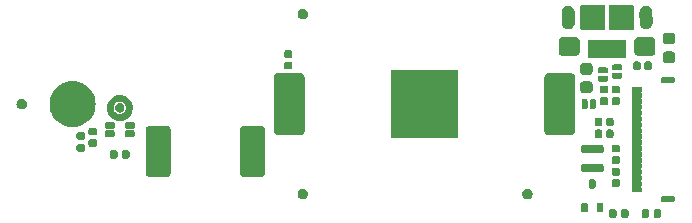
<source format=gbr>
%TF.GenerationSoftware,KiCad,Pcbnew,8.0.1*%
%TF.CreationDate,2024-10-15T00:35:35+02:00*%
%TF.ProjectId,InsuDos,496e7375-446f-4732-9e6b-696361645f70,rev?*%
%TF.SameCoordinates,Original*%
%TF.FileFunction,Soldermask,Top*%
%TF.FilePolarity,Negative*%
%FSLAX46Y46*%
G04 Gerber Fmt 4.6, Leading zero omitted, Abs format (unit mm)*
G04 Created by KiCad (PCBNEW 8.0.1) date 2024-10-15 00:35:35*
%MOMM*%
%LPD*%
G01*
G04 APERTURE LIST*
G04 APERTURE END LIST*
G36*
X74445796Y-173894082D02*
G01*
X74505815Y-173934185D01*
X74545918Y-173994204D01*
X74560000Y-174065000D01*
X74560000Y-174435000D01*
X74545918Y-174505796D01*
X74505815Y-174565815D01*
X74445796Y-174605918D01*
X74375000Y-174620000D01*
X74105000Y-174620000D01*
X74034204Y-174605918D01*
X73974185Y-174565815D01*
X73934082Y-174505796D01*
X73920000Y-174435000D01*
X73920000Y-174065000D01*
X73934082Y-173994204D01*
X73974185Y-173934185D01*
X74034204Y-173894082D01*
X74105000Y-173880000D01*
X74375000Y-173880000D01*
X74445796Y-173894082D01*
G37*
G36*
X75465796Y-173894082D02*
G01*
X75525815Y-173934185D01*
X75565918Y-173994204D01*
X75580000Y-174065000D01*
X75580000Y-174435000D01*
X75565918Y-174505796D01*
X75525815Y-174565815D01*
X75465796Y-174605918D01*
X75395000Y-174620000D01*
X75125000Y-174620000D01*
X75054204Y-174605918D01*
X74994185Y-174565815D01*
X74954082Y-174505796D01*
X74940000Y-174435000D01*
X74940000Y-174065000D01*
X74954082Y-173994204D01*
X74994185Y-173934185D01*
X75054204Y-173894082D01*
X75125000Y-173880000D01*
X75395000Y-173880000D01*
X75465796Y-173894082D01*
G37*
G36*
X77195796Y-173894082D02*
G01*
X77255815Y-173934185D01*
X77295918Y-173994204D01*
X77310000Y-174065000D01*
X77310000Y-174435000D01*
X77295918Y-174505796D01*
X77255815Y-174565815D01*
X77195796Y-174605918D01*
X77125000Y-174620000D01*
X76855000Y-174620000D01*
X76784204Y-174605918D01*
X76724185Y-174565815D01*
X76684082Y-174505796D01*
X76670000Y-174435000D01*
X76670000Y-174065000D01*
X76684082Y-173994204D01*
X76724185Y-173934185D01*
X76784204Y-173894082D01*
X76855000Y-173880000D01*
X77125000Y-173880000D01*
X77195796Y-173894082D01*
G37*
G36*
X78215796Y-173894082D02*
G01*
X78275815Y-173934185D01*
X78315918Y-173994204D01*
X78330000Y-174065000D01*
X78330000Y-174435000D01*
X78315918Y-174505796D01*
X78275815Y-174565815D01*
X78215796Y-174605918D01*
X78145000Y-174620000D01*
X77875000Y-174620000D01*
X77804204Y-174605918D01*
X77744185Y-174565815D01*
X77704082Y-174505796D01*
X77690000Y-174435000D01*
X77690000Y-174065000D01*
X77704082Y-173994204D01*
X77744185Y-173934185D01*
X77804204Y-173894082D01*
X77875000Y-173880000D01*
X78145000Y-173880000D01*
X78215796Y-173894082D01*
G37*
G36*
X72024686Y-173362370D02*
G01*
X72077405Y-173397595D01*
X72112630Y-173450314D01*
X72125000Y-173512500D01*
X72125000Y-173987500D01*
X72112630Y-174049686D01*
X72077405Y-174102405D01*
X72024686Y-174137630D01*
X71962500Y-174150000D01*
X71737500Y-174150000D01*
X71675314Y-174137630D01*
X71622595Y-174102405D01*
X71587370Y-174049686D01*
X71575000Y-173987500D01*
X71575000Y-173512500D01*
X71587370Y-173450314D01*
X71622595Y-173397595D01*
X71675314Y-173362370D01*
X71737500Y-173350000D01*
X71962500Y-173350000D01*
X72024686Y-173362370D01*
G37*
G36*
X73324686Y-173362370D02*
G01*
X73377405Y-173397595D01*
X73412630Y-173450314D01*
X73425000Y-173512500D01*
X73425000Y-173987500D01*
X73412630Y-174049686D01*
X73377405Y-174102405D01*
X73324686Y-174137630D01*
X73262500Y-174150000D01*
X73037500Y-174150000D01*
X72975314Y-174137630D01*
X72922595Y-174102405D01*
X72887370Y-174049686D01*
X72875000Y-173987500D01*
X72875000Y-173512500D01*
X72887370Y-173450314D01*
X72922595Y-173397595D01*
X72975314Y-173362370D01*
X73037500Y-173350000D01*
X73262500Y-173350000D01*
X73324686Y-173362370D01*
G37*
G36*
X79429160Y-172819600D02*
G01*
X79453882Y-172836118D01*
X79470400Y-172860840D01*
X79476200Y-172890000D01*
X79476200Y-173190000D01*
X79470400Y-173219160D01*
X79453882Y-173243882D01*
X79429160Y-173260400D01*
X79400000Y-173266200D01*
X78400000Y-173266200D01*
X78370840Y-173260400D01*
X78346118Y-173243882D01*
X78329600Y-173219160D01*
X78323800Y-173190000D01*
X78323800Y-172890000D01*
X78329600Y-172860840D01*
X78346118Y-172836118D01*
X78370840Y-172819600D01*
X78400000Y-172813800D01*
X79400000Y-172813800D01*
X79429160Y-172819600D01*
G37*
G36*
X48186937Y-172190666D02*
G01*
X48294687Y-172259913D01*
X48378564Y-172356712D01*
X48431772Y-172473220D01*
X48450000Y-172600000D01*
X48431772Y-172726780D01*
X48378564Y-172843288D01*
X48294687Y-172940087D01*
X48186937Y-173009334D01*
X48064042Y-173045420D01*
X47935958Y-173045420D01*
X47813063Y-173009334D01*
X47705313Y-172940087D01*
X47621436Y-172843288D01*
X47568228Y-172726780D01*
X47550000Y-172600000D01*
X47568228Y-172473220D01*
X47621436Y-172356712D01*
X47705313Y-172259913D01*
X47813063Y-172190666D01*
X47935958Y-172154580D01*
X48064042Y-172154580D01*
X48186937Y-172190666D01*
G37*
G36*
X67186937Y-172190666D02*
G01*
X67294687Y-172259913D01*
X67378564Y-172356712D01*
X67431772Y-172473220D01*
X67450000Y-172600000D01*
X67431772Y-172726780D01*
X67378564Y-172843288D01*
X67294687Y-172940087D01*
X67186937Y-173009334D01*
X67064042Y-173045420D01*
X66935958Y-173045420D01*
X66813063Y-173009334D01*
X66705313Y-172940087D01*
X66621436Y-172843288D01*
X66568228Y-172726780D01*
X66550000Y-172600000D01*
X66568228Y-172473220D01*
X66621436Y-172356712D01*
X66705313Y-172259913D01*
X66813063Y-172190666D01*
X66935958Y-172154580D01*
X67064042Y-172154580D01*
X67186937Y-172190666D01*
G37*
G36*
X76629160Y-163529600D02*
G01*
X76653882Y-163546118D01*
X76670400Y-163570840D01*
X76676200Y-163600000D01*
X76676200Y-163900000D01*
X76670400Y-163929160D01*
X76653882Y-163953882D01*
X76629160Y-163970400D01*
X76626694Y-163970890D01*
X76623127Y-163973274D01*
X76623127Y-164026726D01*
X76626694Y-164029109D01*
X76629160Y-164029600D01*
X76653882Y-164046118D01*
X76670400Y-164070840D01*
X76676200Y-164100000D01*
X76676200Y-164400000D01*
X76670400Y-164429160D01*
X76653882Y-164453882D01*
X76629160Y-164470400D01*
X76626694Y-164470890D01*
X76623127Y-164473274D01*
X76623127Y-164526726D01*
X76626694Y-164529109D01*
X76629160Y-164529600D01*
X76653882Y-164546118D01*
X76670400Y-164570840D01*
X76676200Y-164600000D01*
X76676200Y-164900000D01*
X76670400Y-164929160D01*
X76653882Y-164953882D01*
X76629160Y-164970400D01*
X76626694Y-164970890D01*
X76623127Y-164973274D01*
X76623127Y-165026726D01*
X76626694Y-165029109D01*
X76629160Y-165029600D01*
X76653882Y-165046118D01*
X76670400Y-165070840D01*
X76676200Y-165100000D01*
X76676200Y-165400000D01*
X76670400Y-165429160D01*
X76653882Y-165453882D01*
X76629160Y-165470400D01*
X76626694Y-165470890D01*
X76623127Y-165473274D01*
X76623127Y-165526726D01*
X76626694Y-165529109D01*
X76629160Y-165529600D01*
X76653882Y-165546118D01*
X76670400Y-165570840D01*
X76676200Y-165600000D01*
X76676200Y-165900000D01*
X76670400Y-165929160D01*
X76653882Y-165953882D01*
X76629160Y-165970400D01*
X76626694Y-165970890D01*
X76623127Y-165973274D01*
X76623127Y-166026726D01*
X76626694Y-166029109D01*
X76629160Y-166029600D01*
X76653882Y-166046118D01*
X76670400Y-166070840D01*
X76676200Y-166100000D01*
X76676200Y-166400000D01*
X76670400Y-166429160D01*
X76653882Y-166453882D01*
X76629160Y-166470400D01*
X76626694Y-166470890D01*
X76623127Y-166473274D01*
X76623127Y-166526726D01*
X76626694Y-166529109D01*
X76629160Y-166529600D01*
X76653882Y-166546118D01*
X76670400Y-166570840D01*
X76676200Y-166600000D01*
X76676200Y-166900000D01*
X76670400Y-166929160D01*
X76653882Y-166953882D01*
X76629160Y-166970400D01*
X76626694Y-166970890D01*
X76623127Y-166973274D01*
X76623127Y-167026726D01*
X76626694Y-167029109D01*
X76629160Y-167029600D01*
X76653882Y-167046118D01*
X76670400Y-167070840D01*
X76676200Y-167100000D01*
X76676200Y-167400000D01*
X76670400Y-167429160D01*
X76653882Y-167453882D01*
X76629160Y-167470400D01*
X76626694Y-167470890D01*
X76623127Y-167473274D01*
X76623127Y-167526726D01*
X76626694Y-167529109D01*
X76629160Y-167529600D01*
X76653882Y-167546118D01*
X76670400Y-167570840D01*
X76676200Y-167600000D01*
X76676200Y-167900000D01*
X76670400Y-167929160D01*
X76653882Y-167953882D01*
X76629160Y-167970400D01*
X76626694Y-167970890D01*
X76623127Y-167973274D01*
X76623127Y-168026726D01*
X76626694Y-168029109D01*
X76629160Y-168029600D01*
X76653882Y-168046118D01*
X76670400Y-168070840D01*
X76676200Y-168100000D01*
X76676200Y-168400000D01*
X76670400Y-168429160D01*
X76653882Y-168453882D01*
X76629160Y-168470400D01*
X76626694Y-168470890D01*
X76623127Y-168473274D01*
X76623127Y-168526726D01*
X76626694Y-168529109D01*
X76629160Y-168529600D01*
X76653882Y-168546118D01*
X76670400Y-168570840D01*
X76676200Y-168600000D01*
X76676200Y-168900000D01*
X76670400Y-168929160D01*
X76653882Y-168953882D01*
X76629160Y-168970400D01*
X76626694Y-168970890D01*
X76623127Y-168973274D01*
X76623127Y-169026726D01*
X76626694Y-169029109D01*
X76629160Y-169029600D01*
X76653882Y-169046118D01*
X76670400Y-169070840D01*
X76676200Y-169100000D01*
X76676200Y-169400000D01*
X76670400Y-169429160D01*
X76653882Y-169453882D01*
X76629160Y-169470400D01*
X76626694Y-169470890D01*
X76623127Y-169473274D01*
X76623127Y-169526726D01*
X76626694Y-169529109D01*
X76629160Y-169529600D01*
X76653882Y-169546118D01*
X76670400Y-169570840D01*
X76676200Y-169600000D01*
X76676200Y-169900000D01*
X76670400Y-169929160D01*
X76653882Y-169953882D01*
X76629160Y-169970400D01*
X76626694Y-169970890D01*
X76623127Y-169973274D01*
X76623127Y-170026726D01*
X76626694Y-170029109D01*
X76629160Y-170029600D01*
X76653882Y-170046118D01*
X76670400Y-170070840D01*
X76676200Y-170100000D01*
X76676200Y-170400000D01*
X76670400Y-170429160D01*
X76653882Y-170453882D01*
X76629160Y-170470400D01*
X76626694Y-170470890D01*
X76623127Y-170473274D01*
X76623127Y-170526726D01*
X76626694Y-170529109D01*
X76629160Y-170529600D01*
X76653882Y-170546118D01*
X76670400Y-170570840D01*
X76676200Y-170600000D01*
X76676200Y-170900000D01*
X76670400Y-170929160D01*
X76653882Y-170953882D01*
X76629160Y-170970400D01*
X76626694Y-170970890D01*
X76623127Y-170973274D01*
X76623127Y-171026726D01*
X76626694Y-171029109D01*
X76629160Y-171029600D01*
X76653882Y-171046118D01*
X76670400Y-171070840D01*
X76676200Y-171100000D01*
X76676200Y-171400000D01*
X76670400Y-171429160D01*
X76653882Y-171453882D01*
X76629160Y-171470400D01*
X76626694Y-171470890D01*
X76623127Y-171473274D01*
X76623127Y-171526726D01*
X76626694Y-171529109D01*
X76629160Y-171529600D01*
X76653882Y-171546118D01*
X76670400Y-171570840D01*
X76676200Y-171600000D01*
X76676200Y-171900000D01*
X76670400Y-171929160D01*
X76653882Y-171953882D01*
X76629160Y-171970400D01*
X76626694Y-171970890D01*
X76623127Y-171973274D01*
X76623127Y-172026726D01*
X76626694Y-172029109D01*
X76629160Y-172029600D01*
X76653882Y-172046118D01*
X76670400Y-172070840D01*
X76676200Y-172100000D01*
X76676200Y-172400000D01*
X76670400Y-172429160D01*
X76653882Y-172453882D01*
X76629160Y-172470400D01*
X76600000Y-172476200D01*
X75900000Y-172476200D01*
X75870840Y-172470400D01*
X75846118Y-172453882D01*
X75829600Y-172429160D01*
X75823800Y-172400000D01*
X75823800Y-172100000D01*
X75829600Y-172070840D01*
X75846118Y-172046118D01*
X75870840Y-172029600D01*
X75873302Y-172029110D01*
X75876872Y-172026725D01*
X75876872Y-171973275D01*
X75873302Y-171970889D01*
X75870840Y-171970400D01*
X75846118Y-171953882D01*
X75829600Y-171929160D01*
X75823800Y-171900000D01*
X75823800Y-171600000D01*
X75829600Y-171570840D01*
X75846118Y-171546118D01*
X75870840Y-171529600D01*
X75873302Y-171529110D01*
X75876872Y-171526725D01*
X75876872Y-171473275D01*
X75873302Y-171470889D01*
X75870840Y-171470400D01*
X75846118Y-171453882D01*
X75829600Y-171429160D01*
X75823800Y-171400000D01*
X75823800Y-171100000D01*
X75829600Y-171070840D01*
X75846118Y-171046118D01*
X75870840Y-171029600D01*
X75873302Y-171029110D01*
X75876872Y-171026725D01*
X75876872Y-170973275D01*
X75873302Y-170970889D01*
X75870840Y-170970400D01*
X75846118Y-170953882D01*
X75829600Y-170929160D01*
X75823800Y-170900000D01*
X75823800Y-170600000D01*
X75829600Y-170570840D01*
X75846118Y-170546118D01*
X75870840Y-170529600D01*
X75873302Y-170529110D01*
X75876872Y-170526725D01*
X75876872Y-170473275D01*
X75873302Y-170470889D01*
X75870840Y-170470400D01*
X75846118Y-170453882D01*
X75829600Y-170429160D01*
X75823800Y-170400000D01*
X75823800Y-170100000D01*
X75829600Y-170070840D01*
X75846118Y-170046118D01*
X75870840Y-170029600D01*
X75873302Y-170029110D01*
X75876872Y-170026725D01*
X75876872Y-169973275D01*
X75873302Y-169970889D01*
X75870840Y-169970400D01*
X75846118Y-169953882D01*
X75829600Y-169929160D01*
X75823800Y-169900000D01*
X75823800Y-169600000D01*
X75829600Y-169570840D01*
X75846118Y-169546118D01*
X75870840Y-169529600D01*
X75873302Y-169529110D01*
X75876872Y-169526725D01*
X75876872Y-169473275D01*
X75873302Y-169470889D01*
X75870840Y-169470400D01*
X75846118Y-169453882D01*
X75829600Y-169429160D01*
X75823800Y-169400000D01*
X75823800Y-169100000D01*
X75829600Y-169070840D01*
X75846118Y-169046118D01*
X75870840Y-169029600D01*
X75873302Y-169029110D01*
X75876872Y-169026725D01*
X75876872Y-168973275D01*
X75873302Y-168970889D01*
X75870840Y-168970400D01*
X75846118Y-168953882D01*
X75829600Y-168929160D01*
X75823800Y-168900000D01*
X75823800Y-168600000D01*
X75829600Y-168570840D01*
X75846118Y-168546118D01*
X75870840Y-168529600D01*
X75873302Y-168529110D01*
X75876872Y-168526725D01*
X75876872Y-168473275D01*
X75873302Y-168470889D01*
X75870840Y-168470400D01*
X75846118Y-168453882D01*
X75829600Y-168429160D01*
X75823800Y-168400000D01*
X75823800Y-168100000D01*
X75829600Y-168070840D01*
X75846118Y-168046118D01*
X75870840Y-168029600D01*
X75873302Y-168029110D01*
X75876872Y-168026725D01*
X75876872Y-167973275D01*
X75873302Y-167970889D01*
X75870840Y-167970400D01*
X75846118Y-167953882D01*
X75829600Y-167929160D01*
X75823800Y-167900000D01*
X75823800Y-167600000D01*
X75829600Y-167570840D01*
X75846118Y-167546118D01*
X75870840Y-167529600D01*
X75873302Y-167529110D01*
X75876872Y-167526725D01*
X75876872Y-167473275D01*
X75873302Y-167470889D01*
X75870840Y-167470400D01*
X75846118Y-167453882D01*
X75829600Y-167429160D01*
X75823800Y-167400000D01*
X75823800Y-167100000D01*
X75829600Y-167070840D01*
X75846118Y-167046118D01*
X75870840Y-167029600D01*
X75873302Y-167029110D01*
X75876872Y-167026725D01*
X75876872Y-166973275D01*
X75873302Y-166970889D01*
X75870840Y-166970400D01*
X75846118Y-166953882D01*
X75829600Y-166929160D01*
X75823800Y-166900000D01*
X75823800Y-166600000D01*
X75829600Y-166570840D01*
X75846118Y-166546118D01*
X75870840Y-166529600D01*
X75873302Y-166529110D01*
X75876872Y-166526725D01*
X75876872Y-166473275D01*
X75873302Y-166470889D01*
X75870840Y-166470400D01*
X75846118Y-166453882D01*
X75829600Y-166429160D01*
X75823800Y-166400000D01*
X75823800Y-166100000D01*
X75829600Y-166070840D01*
X75846118Y-166046118D01*
X75870840Y-166029600D01*
X75873302Y-166029110D01*
X75876872Y-166026725D01*
X75876872Y-165973275D01*
X75873302Y-165970889D01*
X75870840Y-165970400D01*
X75846118Y-165953882D01*
X75829600Y-165929160D01*
X75823800Y-165900000D01*
X75823800Y-165600000D01*
X75829600Y-165570840D01*
X75846118Y-165546118D01*
X75870840Y-165529600D01*
X75873302Y-165529110D01*
X75876872Y-165526725D01*
X75876872Y-165473275D01*
X75873302Y-165470889D01*
X75870840Y-165470400D01*
X75846118Y-165453882D01*
X75829600Y-165429160D01*
X75823800Y-165400000D01*
X75823800Y-165100000D01*
X75829600Y-165070840D01*
X75846118Y-165046118D01*
X75870840Y-165029600D01*
X75873302Y-165029110D01*
X75876872Y-165026725D01*
X75876872Y-164973275D01*
X75873302Y-164970889D01*
X75870840Y-164970400D01*
X75846118Y-164953882D01*
X75829600Y-164929160D01*
X75823800Y-164900000D01*
X75823800Y-164600000D01*
X75829600Y-164570840D01*
X75846118Y-164546118D01*
X75870840Y-164529600D01*
X75873302Y-164529110D01*
X75876872Y-164526725D01*
X75876872Y-164473275D01*
X75873302Y-164470889D01*
X75870840Y-164470400D01*
X75846118Y-164453882D01*
X75829600Y-164429160D01*
X75823800Y-164400000D01*
X75823800Y-164100000D01*
X75829600Y-164070840D01*
X75846118Y-164046118D01*
X75870840Y-164029600D01*
X75873302Y-164029110D01*
X75876872Y-164026725D01*
X75876872Y-163973275D01*
X75873302Y-163970889D01*
X75870840Y-163970400D01*
X75846118Y-163953882D01*
X75829600Y-163929160D01*
X75823800Y-163900000D01*
X75823800Y-163600000D01*
X75829600Y-163570840D01*
X75846118Y-163546118D01*
X75870840Y-163529600D01*
X75900000Y-163523800D01*
X76600000Y-163523800D01*
X76629160Y-163529600D01*
G37*
G36*
X72674686Y-171362370D02*
G01*
X72727405Y-171397595D01*
X72762630Y-171450314D01*
X72775000Y-171512500D01*
X72775000Y-171987500D01*
X72762630Y-172049686D01*
X72727405Y-172102405D01*
X72674686Y-172137630D01*
X72612500Y-172150000D01*
X72387500Y-172150000D01*
X72325314Y-172137630D01*
X72272595Y-172102405D01*
X72237370Y-172049686D01*
X72225000Y-171987500D01*
X72225000Y-171512500D01*
X72237370Y-171450314D01*
X72272595Y-171397595D01*
X72325314Y-171362370D01*
X72387500Y-171350000D01*
X72612500Y-171350000D01*
X72674686Y-171362370D01*
G37*
G36*
X74742710Y-171364463D02*
G01*
X74804350Y-171405650D01*
X74845537Y-171467290D01*
X74860000Y-171540000D01*
X74860000Y-171820000D01*
X74845537Y-171892710D01*
X74804350Y-171954350D01*
X74742710Y-171995537D01*
X74670000Y-172010000D01*
X74330000Y-172010000D01*
X74257290Y-171995537D01*
X74195650Y-171954350D01*
X74154463Y-171892710D01*
X74140000Y-171820000D01*
X74140000Y-171540000D01*
X74154463Y-171467290D01*
X74195650Y-171405650D01*
X74257290Y-171364463D01*
X74330000Y-171350000D01*
X74670000Y-171350000D01*
X74742710Y-171364463D01*
G37*
G36*
X36568685Y-166857969D02*
G01*
X36577358Y-166861798D01*
X36584925Y-166862901D01*
X36632223Y-166886023D01*
X36669541Y-166902501D01*
X36672996Y-166905956D01*
X36673920Y-166906408D01*
X36743591Y-166976079D01*
X36744042Y-166977002D01*
X36747499Y-166980459D01*
X36763978Y-167017782D01*
X36787098Y-167065073D01*
X36788200Y-167072639D01*
X36792031Y-167081315D01*
X36800000Y-167150000D01*
X36800000Y-170850000D01*
X36792031Y-170918685D01*
X36788199Y-170927361D01*
X36787098Y-170934925D01*
X36763985Y-170982202D01*
X36747499Y-171019541D01*
X36744041Y-171022998D01*
X36743591Y-171023920D01*
X36673920Y-171093591D01*
X36672998Y-171094041D01*
X36669541Y-171097499D01*
X36632207Y-171113983D01*
X36584926Y-171137098D01*
X36577361Y-171138200D01*
X36568685Y-171142031D01*
X36500000Y-171150000D01*
X35000000Y-171150000D01*
X34931315Y-171142031D01*
X34922638Y-171138200D01*
X34915074Y-171137098D01*
X34867787Y-171113981D01*
X34830459Y-171097499D01*
X34827002Y-171094042D01*
X34826079Y-171093591D01*
X34756408Y-171023920D01*
X34755956Y-171022996D01*
X34752501Y-171019541D01*
X34736025Y-170982228D01*
X34712901Y-170934926D01*
X34711798Y-170927357D01*
X34707969Y-170918685D01*
X34700000Y-170850000D01*
X34700000Y-167150000D01*
X34707969Y-167081315D01*
X34711798Y-167072642D01*
X34712901Y-167065074D01*
X34736028Y-167017766D01*
X34752501Y-166980459D01*
X34755955Y-166977004D01*
X34756408Y-166976079D01*
X34826079Y-166906408D01*
X34827004Y-166905955D01*
X34830459Y-166902501D01*
X34867761Y-166886030D01*
X34915073Y-166862901D01*
X34922642Y-166861798D01*
X34931315Y-166857969D01*
X35000000Y-166850000D01*
X36500000Y-166850000D01*
X36568685Y-166857969D01*
G37*
G36*
X44568685Y-166857969D02*
G01*
X44577358Y-166861798D01*
X44584925Y-166862901D01*
X44632223Y-166886023D01*
X44669541Y-166902501D01*
X44672996Y-166905956D01*
X44673920Y-166906408D01*
X44743591Y-166976079D01*
X44744042Y-166977002D01*
X44747499Y-166980459D01*
X44763978Y-167017782D01*
X44787098Y-167065073D01*
X44788200Y-167072639D01*
X44792031Y-167081315D01*
X44800000Y-167150000D01*
X44800000Y-170850000D01*
X44792031Y-170918685D01*
X44788199Y-170927361D01*
X44787098Y-170934925D01*
X44763985Y-170982202D01*
X44747499Y-171019541D01*
X44744041Y-171022998D01*
X44743591Y-171023920D01*
X44673920Y-171093591D01*
X44672998Y-171094041D01*
X44669541Y-171097499D01*
X44632207Y-171113983D01*
X44584926Y-171137098D01*
X44577361Y-171138200D01*
X44568685Y-171142031D01*
X44500000Y-171150000D01*
X43000000Y-171150000D01*
X42931315Y-171142031D01*
X42922638Y-171138200D01*
X42915074Y-171137098D01*
X42867787Y-171113981D01*
X42830459Y-171097499D01*
X42827002Y-171094042D01*
X42826079Y-171093591D01*
X42756408Y-171023920D01*
X42755956Y-171022996D01*
X42752501Y-171019541D01*
X42736025Y-170982228D01*
X42712901Y-170934926D01*
X42711798Y-170927357D01*
X42707969Y-170918685D01*
X42700000Y-170850000D01*
X42700000Y-167150000D01*
X42707969Y-167081315D01*
X42711798Y-167072642D01*
X42712901Y-167065074D01*
X42736028Y-167017766D01*
X42752501Y-166980459D01*
X42755955Y-166977004D01*
X42756408Y-166976079D01*
X42826079Y-166906408D01*
X42827004Y-166905955D01*
X42830459Y-166902501D01*
X42867761Y-166886030D01*
X42915073Y-166862901D01*
X42922642Y-166861798D01*
X42931315Y-166857969D01*
X43000000Y-166850000D01*
X44500000Y-166850000D01*
X44568685Y-166857969D01*
G37*
G36*
X74742710Y-170404463D02*
G01*
X74804350Y-170445650D01*
X74845537Y-170507290D01*
X74860000Y-170580000D01*
X74860000Y-170860000D01*
X74845537Y-170932710D01*
X74804350Y-170994350D01*
X74742710Y-171035537D01*
X74670000Y-171050000D01*
X74330000Y-171050000D01*
X74257290Y-171035537D01*
X74195650Y-170994350D01*
X74154463Y-170932710D01*
X74140000Y-170860000D01*
X74140000Y-170580000D01*
X74154463Y-170507290D01*
X74195650Y-170445650D01*
X74257290Y-170404463D01*
X74330000Y-170390000D01*
X74670000Y-170390000D01*
X74742710Y-170404463D01*
G37*
G36*
X73326755Y-170060707D02*
G01*
X73392418Y-170104582D01*
X73436293Y-170170245D01*
X73451700Y-170247700D01*
X73451700Y-170552500D01*
X73436293Y-170629955D01*
X73392418Y-170695618D01*
X73326755Y-170739493D01*
X73249300Y-170754900D01*
X71750700Y-170754900D01*
X71673245Y-170739493D01*
X71607582Y-170695618D01*
X71563707Y-170629955D01*
X71548300Y-170552500D01*
X71548300Y-170247700D01*
X71563707Y-170170245D01*
X71607582Y-170104582D01*
X71673245Y-170060707D01*
X71750700Y-170045300D01*
X73249300Y-170045300D01*
X73326755Y-170060707D01*
G37*
G36*
X74742710Y-169414463D02*
G01*
X74804350Y-169455650D01*
X74845537Y-169517290D01*
X74860000Y-169590000D01*
X74860000Y-169870000D01*
X74845537Y-169942710D01*
X74804350Y-170004350D01*
X74742710Y-170045537D01*
X74670000Y-170060000D01*
X74330000Y-170060000D01*
X74257290Y-170045537D01*
X74195650Y-170004350D01*
X74154463Y-169942710D01*
X74140000Y-169870000D01*
X74140000Y-169590000D01*
X74154463Y-169517290D01*
X74195650Y-169455650D01*
X74257290Y-169414463D01*
X74330000Y-169400000D01*
X74670000Y-169400000D01*
X74742710Y-169414463D01*
G37*
G36*
X32195796Y-168894082D02*
G01*
X32255815Y-168934185D01*
X32295918Y-168994204D01*
X32310000Y-169065000D01*
X32310000Y-169435000D01*
X32295918Y-169505796D01*
X32255815Y-169565815D01*
X32195796Y-169605918D01*
X32125000Y-169620000D01*
X31855000Y-169620000D01*
X31784204Y-169605918D01*
X31724185Y-169565815D01*
X31684082Y-169505796D01*
X31670000Y-169435000D01*
X31670000Y-169065000D01*
X31684082Y-168994204D01*
X31724185Y-168934185D01*
X31784204Y-168894082D01*
X31855000Y-168880000D01*
X32125000Y-168880000D01*
X32195796Y-168894082D01*
G37*
G36*
X33215796Y-168894082D02*
G01*
X33275815Y-168934185D01*
X33315918Y-168994204D01*
X33330000Y-169065000D01*
X33330000Y-169435000D01*
X33315918Y-169505796D01*
X33275815Y-169565815D01*
X33215796Y-169605918D01*
X33145000Y-169620000D01*
X32875000Y-169620000D01*
X32804204Y-169605918D01*
X32744185Y-169565815D01*
X32704082Y-169505796D01*
X32690000Y-169435000D01*
X32690000Y-169065000D01*
X32704082Y-168994204D01*
X32744185Y-168934185D01*
X32804204Y-168894082D01*
X32875000Y-168880000D01*
X33145000Y-168880000D01*
X33215796Y-168894082D01*
G37*
G36*
X73326755Y-168460507D02*
G01*
X73392418Y-168504382D01*
X73436293Y-168570045D01*
X73451700Y-168647500D01*
X73451700Y-168952300D01*
X73436293Y-169029755D01*
X73392418Y-169095418D01*
X73326755Y-169139293D01*
X73249300Y-169154700D01*
X71750700Y-169154700D01*
X71673245Y-169139293D01*
X71607582Y-169095418D01*
X71563707Y-169029755D01*
X71548300Y-168952300D01*
X71548300Y-168647500D01*
X71563707Y-168570045D01*
X71607582Y-168504382D01*
X71673245Y-168460507D01*
X71750700Y-168445100D01*
X73249300Y-168445100D01*
X73326755Y-168460507D01*
G37*
G36*
X74742710Y-168454463D02*
G01*
X74804350Y-168495650D01*
X74845537Y-168557290D01*
X74860000Y-168630000D01*
X74860000Y-168910000D01*
X74845537Y-168982710D01*
X74804350Y-169044350D01*
X74742710Y-169085537D01*
X74670000Y-169100000D01*
X74330000Y-169100000D01*
X74257290Y-169085537D01*
X74195650Y-169044350D01*
X74154463Y-168982710D01*
X74140000Y-168910000D01*
X74140000Y-168630000D01*
X74154463Y-168557290D01*
X74195650Y-168495650D01*
X74257290Y-168454463D01*
X74330000Y-168440000D01*
X74670000Y-168440000D01*
X74742710Y-168454463D01*
G37*
G36*
X29455796Y-168404082D02*
G01*
X29515815Y-168444185D01*
X29555918Y-168504204D01*
X29570000Y-168575000D01*
X29570000Y-168845000D01*
X29555918Y-168915796D01*
X29515815Y-168975815D01*
X29455796Y-169015918D01*
X29385000Y-169030000D01*
X29015000Y-169030000D01*
X28944204Y-169015918D01*
X28884185Y-168975815D01*
X28844082Y-168915796D01*
X28830000Y-168845000D01*
X28830000Y-168575000D01*
X28844082Y-168504204D01*
X28884185Y-168444185D01*
X28944204Y-168404082D01*
X29015000Y-168390000D01*
X29385000Y-168390000D01*
X29455796Y-168404082D01*
G37*
G36*
X30442710Y-167964463D02*
G01*
X30504350Y-168005650D01*
X30545537Y-168067290D01*
X30560000Y-168140000D01*
X30560000Y-168420000D01*
X30545537Y-168492710D01*
X30504350Y-168554350D01*
X30442710Y-168595537D01*
X30370000Y-168610000D01*
X30030000Y-168610000D01*
X29957290Y-168595537D01*
X29895650Y-168554350D01*
X29854463Y-168492710D01*
X29840000Y-168420000D01*
X29840000Y-168140000D01*
X29854463Y-168067290D01*
X29895650Y-168005650D01*
X29957290Y-167964463D01*
X30030000Y-167950000D01*
X30370000Y-167950000D01*
X30442710Y-167964463D01*
G37*
G36*
X29455796Y-167384082D02*
G01*
X29515815Y-167424185D01*
X29555918Y-167484204D01*
X29570000Y-167555000D01*
X29570000Y-167825000D01*
X29555918Y-167895796D01*
X29515815Y-167955815D01*
X29455796Y-167995918D01*
X29385000Y-168010000D01*
X29015000Y-168010000D01*
X28944204Y-167995918D01*
X28884185Y-167955815D01*
X28844082Y-167895796D01*
X28830000Y-167825000D01*
X28830000Y-167555000D01*
X28844082Y-167484204D01*
X28884185Y-167424185D01*
X28944204Y-167384082D01*
X29015000Y-167370000D01*
X29385000Y-167370000D01*
X29455796Y-167384082D01*
G37*
G36*
X73232710Y-167154463D02*
G01*
X73294350Y-167195650D01*
X73335537Y-167257290D01*
X73350000Y-167330000D01*
X73350000Y-167670000D01*
X73335537Y-167742710D01*
X73294350Y-167804350D01*
X73232710Y-167845537D01*
X73160000Y-167860000D01*
X72880000Y-167860000D01*
X72807290Y-167845537D01*
X72745650Y-167804350D01*
X72704463Y-167742710D01*
X72690000Y-167670000D01*
X72690000Y-167330000D01*
X72704463Y-167257290D01*
X72745650Y-167195650D01*
X72807290Y-167154463D01*
X72880000Y-167140000D01*
X73160000Y-167140000D01*
X73232710Y-167154463D01*
G37*
G36*
X74192710Y-167154463D02*
G01*
X74254350Y-167195650D01*
X74295537Y-167257290D01*
X74310000Y-167330000D01*
X74310000Y-167670000D01*
X74295537Y-167742710D01*
X74254350Y-167804350D01*
X74192710Y-167845537D01*
X74120000Y-167860000D01*
X73840000Y-167860000D01*
X73767290Y-167845537D01*
X73705650Y-167804350D01*
X73664463Y-167742710D01*
X73650000Y-167670000D01*
X73650000Y-167330000D01*
X73664463Y-167257290D01*
X73705650Y-167195650D01*
X73767290Y-167154463D01*
X73840000Y-167140000D01*
X74120000Y-167140000D01*
X74192710Y-167154463D01*
G37*
G36*
X61112284Y-162153806D02*
G01*
X61128505Y-162164645D01*
X61139344Y-162180866D01*
X61143150Y-162200000D01*
X61143150Y-167800000D01*
X61139344Y-167819134D01*
X61128505Y-167835355D01*
X61112284Y-167846194D01*
X61093150Y-167850000D01*
X55493150Y-167850000D01*
X55474016Y-167846194D01*
X55457795Y-167835355D01*
X55446956Y-167819134D01*
X55443150Y-167800000D01*
X55443150Y-162200000D01*
X55446956Y-162180866D01*
X55457795Y-162164645D01*
X55474016Y-162153806D01*
X55493150Y-162150000D01*
X61093150Y-162150000D01*
X61112284Y-162153806D01*
G37*
G36*
X31974686Y-167237370D02*
G01*
X32027405Y-167272595D01*
X32062630Y-167325314D01*
X32075000Y-167387500D01*
X32075000Y-167612500D01*
X32062630Y-167674686D01*
X32027405Y-167727405D01*
X31974686Y-167762630D01*
X31912500Y-167775000D01*
X31387500Y-167775000D01*
X31325314Y-167762630D01*
X31272595Y-167727405D01*
X31237370Y-167674686D01*
X31225000Y-167612500D01*
X31225000Y-167387500D01*
X31237370Y-167325314D01*
X31272595Y-167272595D01*
X31325314Y-167237370D01*
X31387500Y-167225000D01*
X31912500Y-167225000D01*
X31974686Y-167237370D01*
G37*
G36*
X33674686Y-167237370D02*
G01*
X33727405Y-167272595D01*
X33762630Y-167325314D01*
X33775000Y-167387500D01*
X33775000Y-167612500D01*
X33762630Y-167674686D01*
X33727405Y-167727405D01*
X33674686Y-167762630D01*
X33612500Y-167775000D01*
X33087500Y-167775000D01*
X33025314Y-167762630D01*
X32972595Y-167727405D01*
X32937370Y-167674686D01*
X32925000Y-167612500D01*
X32925000Y-167387500D01*
X32937370Y-167325314D01*
X32972595Y-167272595D01*
X33025314Y-167237370D01*
X33087500Y-167225000D01*
X33612500Y-167225000D01*
X33674686Y-167237370D01*
G37*
G36*
X30442710Y-167004463D02*
G01*
X30504350Y-167045650D01*
X30545537Y-167107290D01*
X30560000Y-167180000D01*
X30560000Y-167460000D01*
X30545537Y-167532710D01*
X30504350Y-167594350D01*
X30442710Y-167635537D01*
X30370000Y-167650000D01*
X30030000Y-167650000D01*
X29957290Y-167635537D01*
X29895650Y-167594350D01*
X29854463Y-167532710D01*
X29840000Y-167460000D01*
X29840000Y-167180000D01*
X29854463Y-167107290D01*
X29895650Y-167045650D01*
X29957290Y-167004463D01*
X30030000Y-166990000D01*
X30370000Y-166990000D01*
X30442710Y-167004463D01*
G37*
G36*
X47906435Y-162405269D02*
G01*
X47915108Y-162409098D01*
X47922675Y-162410201D01*
X47969973Y-162433323D01*
X48007291Y-162449801D01*
X48010746Y-162453256D01*
X48011670Y-162453708D01*
X48081341Y-162523379D01*
X48081792Y-162524302D01*
X48085249Y-162527759D01*
X48101728Y-162565082D01*
X48124848Y-162612373D01*
X48125950Y-162619939D01*
X48129781Y-162628615D01*
X48137750Y-162697300D01*
X48137750Y-167302700D01*
X48129781Y-167371385D01*
X48125949Y-167380061D01*
X48124848Y-167387625D01*
X48101735Y-167434902D01*
X48085249Y-167472241D01*
X48081791Y-167475698D01*
X48081341Y-167476620D01*
X48011670Y-167546291D01*
X48010748Y-167546741D01*
X48007291Y-167550199D01*
X47969957Y-167566683D01*
X47922676Y-167589798D01*
X47915111Y-167590900D01*
X47906435Y-167594731D01*
X47837750Y-167602700D01*
X45848550Y-167602700D01*
X45779865Y-167594731D01*
X45771188Y-167590900D01*
X45763624Y-167589798D01*
X45716337Y-167566681D01*
X45679009Y-167550199D01*
X45675552Y-167546742D01*
X45674629Y-167546291D01*
X45604958Y-167476620D01*
X45604506Y-167475696D01*
X45601051Y-167472241D01*
X45584575Y-167434928D01*
X45561451Y-167387626D01*
X45560348Y-167380057D01*
X45556519Y-167371385D01*
X45548550Y-167302700D01*
X45548550Y-162697300D01*
X45556519Y-162628615D01*
X45560348Y-162619942D01*
X45561451Y-162612374D01*
X45584578Y-162565066D01*
X45601051Y-162527759D01*
X45604505Y-162524304D01*
X45604958Y-162523379D01*
X45674629Y-162453708D01*
X45675554Y-162453255D01*
X45679009Y-162449801D01*
X45716311Y-162433330D01*
X45763623Y-162410201D01*
X45771192Y-162409098D01*
X45779865Y-162405269D01*
X45848550Y-162397300D01*
X47837750Y-162397300D01*
X47906435Y-162405269D01*
G37*
G36*
X70806435Y-162405269D02*
G01*
X70815108Y-162409098D01*
X70822675Y-162410201D01*
X70869973Y-162433323D01*
X70907291Y-162449801D01*
X70910746Y-162453256D01*
X70911670Y-162453708D01*
X70981341Y-162523379D01*
X70981792Y-162524302D01*
X70985249Y-162527759D01*
X71001728Y-162565082D01*
X71024848Y-162612373D01*
X71025950Y-162619939D01*
X71029781Y-162628615D01*
X71037750Y-162697300D01*
X71037750Y-167302700D01*
X71029781Y-167371385D01*
X71025949Y-167380061D01*
X71024848Y-167387625D01*
X71001735Y-167434902D01*
X70985249Y-167472241D01*
X70981791Y-167475698D01*
X70981341Y-167476620D01*
X70911670Y-167546291D01*
X70910748Y-167546741D01*
X70907291Y-167550199D01*
X70869957Y-167566683D01*
X70822676Y-167589798D01*
X70815111Y-167590900D01*
X70806435Y-167594731D01*
X70737750Y-167602700D01*
X68748550Y-167602700D01*
X68679865Y-167594731D01*
X68671188Y-167590900D01*
X68663624Y-167589798D01*
X68616337Y-167566681D01*
X68579009Y-167550199D01*
X68575552Y-167546742D01*
X68574629Y-167546291D01*
X68504958Y-167476620D01*
X68504506Y-167475696D01*
X68501051Y-167472241D01*
X68484575Y-167434928D01*
X68461451Y-167387626D01*
X68460348Y-167380057D01*
X68456519Y-167371385D01*
X68448550Y-167302700D01*
X68448550Y-162697300D01*
X68456519Y-162628615D01*
X68460348Y-162619942D01*
X68461451Y-162612374D01*
X68484578Y-162565066D01*
X68501051Y-162527759D01*
X68504505Y-162524304D01*
X68504958Y-162523379D01*
X68574629Y-162453708D01*
X68575554Y-162453255D01*
X68579009Y-162449801D01*
X68616311Y-162433330D01*
X68663623Y-162410201D01*
X68671192Y-162409098D01*
X68679865Y-162405269D01*
X68748550Y-162397300D01*
X70737750Y-162397300D01*
X70806435Y-162405269D01*
G37*
G36*
X31974686Y-166537370D02*
G01*
X32027405Y-166572595D01*
X32062630Y-166625314D01*
X32075000Y-166687500D01*
X32075000Y-166912500D01*
X32062630Y-166974686D01*
X32027405Y-167027405D01*
X31974686Y-167062630D01*
X31912500Y-167075000D01*
X31387500Y-167075000D01*
X31325314Y-167062630D01*
X31272595Y-167027405D01*
X31237370Y-166974686D01*
X31225000Y-166912500D01*
X31225000Y-166687500D01*
X31237370Y-166625314D01*
X31272595Y-166572595D01*
X31325314Y-166537370D01*
X31387500Y-166525000D01*
X31912500Y-166525000D01*
X31974686Y-166537370D01*
G37*
G36*
X33674686Y-166537370D02*
G01*
X33727405Y-166572595D01*
X33762630Y-166625314D01*
X33775000Y-166687500D01*
X33775000Y-166912500D01*
X33762630Y-166974686D01*
X33727405Y-167027405D01*
X33674686Y-167062630D01*
X33612500Y-167075000D01*
X33087500Y-167075000D01*
X33025314Y-167062630D01*
X32972595Y-167027405D01*
X32937370Y-166974686D01*
X32925000Y-166912500D01*
X32925000Y-166687500D01*
X32937370Y-166625314D01*
X32972595Y-166572595D01*
X33025314Y-166537370D01*
X33087500Y-166525000D01*
X33612500Y-166525000D01*
X33674686Y-166537370D01*
G37*
G36*
X28777514Y-163069848D02*
G01*
X29049378Y-163128989D01*
X29310059Y-163226218D01*
X29554250Y-163359556D01*
X29776978Y-163526288D01*
X29973712Y-163723022D01*
X30140444Y-163945750D01*
X30273782Y-164189941D01*
X30371011Y-164450622D01*
X30430152Y-164722486D01*
X30450000Y-165000000D01*
X30430152Y-165277514D01*
X30371011Y-165549378D01*
X30273782Y-165810059D01*
X30140444Y-166054250D01*
X29973712Y-166276978D01*
X29776978Y-166473712D01*
X29554250Y-166640444D01*
X29310059Y-166773782D01*
X29049378Y-166871011D01*
X28777514Y-166930152D01*
X28500000Y-166950000D01*
X28222486Y-166930152D01*
X27950622Y-166871011D01*
X27689941Y-166773782D01*
X27445750Y-166640444D01*
X27223022Y-166473712D01*
X27026288Y-166276978D01*
X26859556Y-166054250D01*
X26726218Y-165810059D01*
X26628989Y-165549378D01*
X26569848Y-165277514D01*
X26550000Y-165000000D01*
X26569848Y-164722486D01*
X26628989Y-164450622D01*
X26726218Y-164189941D01*
X26859556Y-163945750D01*
X27026288Y-163723022D01*
X27223022Y-163526288D01*
X27445750Y-163359556D01*
X27689941Y-163226218D01*
X27950622Y-163128989D01*
X28222486Y-163069848D01*
X28500000Y-163050000D01*
X28777514Y-163069848D01*
G37*
G36*
X73232710Y-166154463D02*
G01*
X73294350Y-166195650D01*
X73335537Y-166257290D01*
X73350000Y-166330000D01*
X73350000Y-166670000D01*
X73335537Y-166742710D01*
X73294350Y-166804350D01*
X73232710Y-166845537D01*
X73160000Y-166860000D01*
X72880000Y-166860000D01*
X72807290Y-166845537D01*
X72745650Y-166804350D01*
X72704463Y-166742710D01*
X72690000Y-166670000D01*
X72690000Y-166330000D01*
X72704463Y-166257290D01*
X72745650Y-166195650D01*
X72807290Y-166154463D01*
X72880000Y-166140000D01*
X73160000Y-166140000D01*
X73232710Y-166154463D01*
G37*
G36*
X74192710Y-166154463D02*
G01*
X74254350Y-166195650D01*
X74295537Y-166257290D01*
X74310000Y-166330000D01*
X74310000Y-166670000D01*
X74295537Y-166742710D01*
X74254350Y-166804350D01*
X74192710Y-166845537D01*
X74120000Y-166860000D01*
X73840000Y-166860000D01*
X73767290Y-166845537D01*
X73705650Y-166804350D01*
X73664463Y-166742710D01*
X73650000Y-166670000D01*
X73650000Y-166330000D01*
X73664463Y-166257290D01*
X73705650Y-166195650D01*
X73767290Y-166154463D01*
X73840000Y-166140000D01*
X74120000Y-166140000D01*
X74192710Y-166154463D01*
G37*
G36*
X32528918Y-164924580D02*
G01*
X32556851Y-164924580D01*
X32589561Y-164934184D01*
X32623607Y-164939577D01*
X32644934Y-164950444D01*
X32665954Y-164956616D01*
X32700041Y-164978522D01*
X32735114Y-164996393D01*
X32748180Y-165009459D01*
X32761607Y-165018088D01*
X32792751Y-165054030D01*
X32823607Y-165084886D01*
X32829485Y-165096423D01*
X32836068Y-165104020D01*
X32859503Y-165155336D01*
X32880423Y-165196393D01*
X32881574Y-165203665D01*
X32883304Y-165207452D01*
X32894417Y-165284753D01*
X32900000Y-165320000D01*
X32894417Y-165355249D01*
X32883304Y-165432547D01*
X32881575Y-165436332D01*
X32880423Y-165443607D01*
X32859499Y-165484671D01*
X32836068Y-165535979D01*
X32829487Y-165543573D01*
X32823607Y-165555114D01*
X32792745Y-165585975D01*
X32761607Y-165621911D01*
X32748182Y-165630538D01*
X32735114Y-165643607D01*
X32700034Y-165661481D01*
X32665954Y-165683383D01*
X32644938Y-165689553D01*
X32623607Y-165700423D01*
X32589559Y-165705815D01*
X32556851Y-165715420D01*
X32528918Y-165715420D01*
X32500000Y-165720000D01*
X32471082Y-165715420D01*
X32443149Y-165715420D01*
X32410439Y-165705815D01*
X32376393Y-165700423D01*
X32355062Y-165689554D01*
X32334045Y-165683383D01*
X32299961Y-165661478D01*
X32264886Y-165643607D01*
X32251818Y-165630539D01*
X32238392Y-165621911D01*
X32207247Y-165585968D01*
X32176393Y-165555114D01*
X32170514Y-165543576D01*
X32163931Y-165535979D01*
X32140491Y-165484652D01*
X32119577Y-165443607D01*
X32118425Y-165436336D01*
X32116695Y-165432547D01*
X32105572Y-165355181D01*
X32100000Y-165320000D01*
X32105571Y-165284821D01*
X32116695Y-165207452D01*
X32118425Y-165203662D01*
X32119577Y-165196393D01*
X32140486Y-165155355D01*
X32163931Y-165104020D01*
X32170515Y-165096421D01*
X32176393Y-165084886D01*
X32207240Y-165054038D01*
X32238392Y-165018088D01*
X32251821Y-165009457D01*
X32264886Y-164996393D01*
X32299953Y-164978525D01*
X32334045Y-164956616D01*
X32355066Y-164950443D01*
X32376393Y-164939577D01*
X32410437Y-164934184D01*
X32443149Y-164924580D01*
X32471082Y-164924580D01*
X32500000Y-164920000D01*
X32528918Y-164924580D01*
G37*
G36*
X32507838Y-164225506D02*
G01*
X32705834Y-164245006D01*
X32705839Y-164245007D01*
X32708285Y-164245248D01*
X32718860Y-164247351D01*
X32721209Y-164248063D01*
X32721216Y-164248065D01*
X32911605Y-164305819D01*
X32911609Y-164305820D01*
X32913957Y-164306533D01*
X32923918Y-164310659D01*
X32926081Y-164311815D01*
X32926083Y-164311816D01*
X33081842Y-164395072D01*
X33103720Y-164406766D01*
X33112685Y-164412756D01*
X33270283Y-164542093D01*
X33277907Y-164549717D01*
X33407244Y-164707315D01*
X33413234Y-164716280D01*
X33509341Y-164896082D01*
X33513467Y-164906043D01*
X33572649Y-165101140D01*
X33574752Y-165111715D01*
X33594735Y-165314609D01*
X33594735Y-165325391D01*
X33574752Y-165528285D01*
X33572649Y-165538860D01*
X33513467Y-165733957D01*
X33509341Y-165743918D01*
X33413234Y-165923720D01*
X33407244Y-165932685D01*
X33277907Y-166090283D01*
X33270283Y-166097907D01*
X33112685Y-166227244D01*
X33103720Y-166233234D01*
X32923918Y-166329341D01*
X32913957Y-166333467D01*
X32718860Y-166392649D01*
X32708285Y-166394752D01*
X32505391Y-166414735D01*
X32494609Y-166414735D01*
X32291715Y-166394752D01*
X32281140Y-166392649D01*
X32086043Y-166333467D01*
X32076082Y-166329341D01*
X31896280Y-166233234D01*
X31887315Y-166227244D01*
X31729717Y-166097907D01*
X31722093Y-166090283D01*
X31592756Y-165932685D01*
X31586766Y-165923720D01*
X31525985Y-165810009D01*
X31491816Y-165746083D01*
X31491815Y-165746081D01*
X31490659Y-165743918D01*
X31486533Y-165733957D01*
X31485820Y-165731609D01*
X31485819Y-165731605D01*
X31428065Y-165541216D01*
X31428063Y-165541209D01*
X31427351Y-165538860D01*
X31425248Y-165528285D01*
X31425007Y-165525839D01*
X31425006Y-165525834D01*
X31406041Y-165333270D01*
X31406041Y-165333269D01*
X31405265Y-165325391D01*
X31405905Y-165323277D01*
X31975906Y-165323277D01*
X31992917Y-165452482D01*
X31994613Y-165458813D01*
X32021531Y-165523800D01*
X32044483Y-165579211D01*
X32047757Y-165584883D01*
X32127095Y-165688277D01*
X32131721Y-165692903D01*
X32235115Y-165772241D01*
X32240787Y-165775515D01*
X32293179Y-165797217D01*
X32361186Y-165825386D01*
X32367517Y-165827083D01*
X32496723Y-165844093D01*
X32503277Y-165844093D01*
X32632482Y-165827082D01*
X32638813Y-165825386D01*
X32706819Y-165797217D01*
X32759211Y-165775515D01*
X32764884Y-165772241D01*
X32868277Y-165692903D01*
X32872903Y-165688277D01*
X32952241Y-165584883D01*
X32955515Y-165579211D01*
X32978468Y-165523800D01*
X33005386Y-165458813D01*
X33007082Y-165452482D01*
X33024093Y-165323277D01*
X33024093Y-165316723D01*
X33007083Y-165187517D01*
X33005386Y-165181186D01*
X32973797Y-165104922D01*
X32955515Y-165060787D01*
X32952241Y-165055115D01*
X32945337Y-165046118D01*
X32872903Y-164951721D01*
X32868277Y-164947095D01*
X32764883Y-164867757D01*
X32759211Y-164864483D01*
X32706819Y-164842781D01*
X32638813Y-164814613D01*
X32632482Y-164812917D01*
X32503277Y-164795906D01*
X32496723Y-164795906D01*
X32367517Y-164812916D01*
X32361186Y-164814613D01*
X32293179Y-164842781D01*
X32240787Y-164864483D01*
X32235115Y-164867757D01*
X32131721Y-164947095D01*
X32127095Y-164951721D01*
X32054662Y-165046118D01*
X32047758Y-165055115D01*
X32044483Y-165060787D01*
X32026202Y-165104922D01*
X31994613Y-165181186D01*
X31992916Y-165187517D01*
X31975906Y-165316723D01*
X31975906Y-165323277D01*
X31405905Y-165323277D01*
X31406096Y-165322648D01*
X31405000Y-165320000D01*
X31405265Y-165314609D01*
X31405771Y-165309466D01*
X31405771Y-165309462D01*
X31425006Y-165114165D01*
X31425007Y-165114158D01*
X31425248Y-165111715D01*
X31427351Y-165101140D01*
X31428063Y-165098792D01*
X31428065Y-165098783D01*
X31485819Y-164908394D01*
X31485822Y-164908386D01*
X31486533Y-164906043D01*
X31490659Y-164896082D01*
X31491813Y-164893922D01*
X31491816Y-164893916D01*
X31585608Y-164718445D01*
X31585611Y-164718439D01*
X31586766Y-164716280D01*
X31592756Y-164707315D01*
X31722093Y-164549717D01*
X31729717Y-164542093D01*
X31887315Y-164412756D01*
X31896280Y-164406766D01*
X31898439Y-164405611D01*
X31898445Y-164405608D01*
X32073916Y-164311816D01*
X32073922Y-164311813D01*
X32076082Y-164310659D01*
X32086043Y-164306533D01*
X32088386Y-164305822D01*
X32088394Y-164305819D01*
X32278783Y-164248065D01*
X32278792Y-164248063D01*
X32281140Y-164247351D01*
X32291715Y-164245248D01*
X32294158Y-164245007D01*
X32294165Y-164245006D01*
X32492162Y-164225506D01*
X32494609Y-164225265D01*
X32505391Y-164225265D01*
X32507838Y-164225506D01*
G37*
G36*
X24386937Y-164590666D02*
G01*
X24494687Y-164659913D01*
X24578564Y-164756712D01*
X24631772Y-164873220D01*
X24650000Y-165000000D01*
X24631772Y-165126780D01*
X24578564Y-165243288D01*
X24494687Y-165340087D01*
X24386937Y-165409334D01*
X24264042Y-165445420D01*
X24135958Y-165445420D01*
X24013063Y-165409334D01*
X23905313Y-165340087D01*
X23821436Y-165243288D01*
X23768228Y-165126780D01*
X23750000Y-165000000D01*
X23768228Y-164873220D01*
X23821436Y-164756712D01*
X23905313Y-164659913D01*
X24013063Y-164590666D01*
X24135958Y-164554580D01*
X24264042Y-164554580D01*
X24386937Y-164590666D01*
G37*
G36*
X72038268Y-164607612D02*
G01*
X72070711Y-164629289D01*
X72092388Y-164661732D01*
X72100000Y-164700000D01*
X72100000Y-165300000D01*
X72092388Y-165338268D01*
X72070711Y-165370711D01*
X72038268Y-165392388D01*
X72000000Y-165400000D01*
X71700000Y-165400000D01*
X71661732Y-165392388D01*
X71629289Y-165370711D01*
X71607612Y-165338268D01*
X71600000Y-165300000D01*
X71600000Y-164700000D01*
X71607612Y-164661732D01*
X71629289Y-164629289D01*
X71661732Y-164607612D01*
X71700000Y-164600000D01*
X72000000Y-164600000D01*
X72038268Y-164607612D01*
G37*
G36*
X72738268Y-164607612D02*
G01*
X72770711Y-164629289D01*
X72792388Y-164661732D01*
X72800000Y-164700000D01*
X72800000Y-165300000D01*
X72792388Y-165338268D01*
X72770711Y-165370711D01*
X72738268Y-165392388D01*
X72700000Y-165400000D01*
X72400000Y-165400000D01*
X72361732Y-165392388D01*
X72329289Y-165370711D01*
X72307612Y-165338268D01*
X72300000Y-165300000D01*
X72300000Y-164700000D01*
X72307612Y-164661732D01*
X72329289Y-164629289D01*
X72361732Y-164607612D01*
X72400000Y-164600000D01*
X72700000Y-164600000D01*
X72738268Y-164607612D01*
G37*
G36*
X73742710Y-164414463D02*
G01*
X73804350Y-164455650D01*
X73845537Y-164517290D01*
X73860000Y-164590000D01*
X73860000Y-164870000D01*
X73845537Y-164942710D01*
X73804350Y-165004350D01*
X73742710Y-165045537D01*
X73670000Y-165060000D01*
X73330000Y-165060000D01*
X73257290Y-165045537D01*
X73195650Y-165004350D01*
X73154463Y-164942710D01*
X73140000Y-164870000D01*
X73140000Y-164590000D01*
X73154463Y-164517290D01*
X73195650Y-164455650D01*
X73257290Y-164414463D01*
X73330000Y-164400000D01*
X73670000Y-164400000D01*
X73742710Y-164414463D01*
G37*
G36*
X74742710Y-164414463D02*
G01*
X74804350Y-164455650D01*
X74845537Y-164517290D01*
X74860000Y-164590000D01*
X74860000Y-164870000D01*
X74845537Y-164942710D01*
X74804350Y-165004350D01*
X74742710Y-165045537D01*
X74670000Y-165060000D01*
X74330000Y-165060000D01*
X74257290Y-165045537D01*
X74195650Y-165004350D01*
X74154463Y-164942710D01*
X74140000Y-164870000D01*
X74140000Y-164590000D01*
X74154463Y-164517290D01*
X74195650Y-164455650D01*
X74257290Y-164414463D01*
X74330000Y-164400000D01*
X74670000Y-164400000D01*
X74742710Y-164414463D01*
G37*
G36*
X73742710Y-163454463D02*
G01*
X73804350Y-163495650D01*
X73845537Y-163557290D01*
X73860000Y-163630000D01*
X73860000Y-163910000D01*
X73845537Y-163982710D01*
X73804350Y-164044350D01*
X73742710Y-164085537D01*
X73670000Y-164100000D01*
X73330000Y-164100000D01*
X73257290Y-164085537D01*
X73195650Y-164044350D01*
X73154463Y-163982710D01*
X73140000Y-163910000D01*
X73140000Y-163630000D01*
X73154463Y-163557290D01*
X73195650Y-163495650D01*
X73257290Y-163454463D01*
X73330000Y-163440000D01*
X73670000Y-163440000D01*
X73742710Y-163454463D01*
G37*
G36*
X74742710Y-163454463D02*
G01*
X74804350Y-163495650D01*
X74845537Y-163557290D01*
X74860000Y-163630000D01*
X74860000Y-163910000D01*
X74845537Y-163982710D01*
X74804350Y-164044350D01*
X74742710Y-164085537D01*
X74670000Y-164100000D01*
X74330000Y-164100000D01*
X74257290Y-164085537D01*
X74195650Y-164044350D01*
X74154463Y-163982710D01*
X74140000Y-163910000D01*
X74140000Y-163630000D01*
X74154463Y-163557290D01*
X74195650Y-163495650D01*
X74257290Y-163454463D01*
X74330000Y-163440000D01*
X74670000Y-163440000D01*
X74742710Y-163454463D01*
G37*
G36*
X72256409Y-163076275D02*
G01*
X72319958Y-163084641D01*
X72335943Y-163092095D01*
X72355238Y-163095933D01*
X72380792Y-163113008D01*
X72407290Y-163125364D01*
X72423412Y-163141486D01*
X72444454Y-163155546D01*
X72458513Y-163176587D01*
X72474635Y-163192709D01*
X72486990Y-163219204D01*
X72504067Y-163244762D01*
X72507905Y-163264058D01*
X72515358Y-163280041D01*
X72523722Y-163343577D01*
X72525000Y-163350000D01*
X72525000Y-163800000D01*
X72523722Y-163806424D01*
X72515358Y-163869958D01*
X72507905Y-163885939D01*
X72504067Y-163905238D01*
X72486988Y-163930797D01*
X72474635Y-163957290D01*
X72458516Y-163973408D01*
X72444454Y-163994454D01*
X72423408Y-164008516D01*
X72407290Y-164024635D01*
X72380797Y-164036988D01*
X72355238Y-164054067D01*
X72335939Y-164057905D01*
X72319958Y-164065358D01*
X72256424Y-164073722D01*
X72250000Y-164075000D01*
X71750000Y-164075000D01*
X71743577Y-164073722D01*
X71680041Y-164065358D01*
X71664058Y-164057905D01*
X71644762Y-164054067D01*
X71619204Y-164036990D01*
X71592709Y-164024635D01*
X71576587Y-164008513D01*
X71555546Y-163994454D01*
X71541486Y-163973412D01*
X71525364Y-163957290D01*
X71513008Y-163930792D01*
X71495933Y-163905238D01*
X71492095Y-163885943D01*
X71484641Y-163869958D01*
X71476275Y-163806409D01*
X71475000Y-163800000D01*
X71475000Y-163350000D01*
X71476274Y-163343592D01*
X71484641Y-163280041D01*
X71492095Y-163264054D01*
X71495933Y-163244762D01*
X71513006Y-163219209D01*
X71525364Y-163192709D01*
X71541488Y-163176584D01*
X71555546Y-163155546D01*
X71576584Y-163141488D01*
X71592709Y-163125364D01*
X71619209Y-163113006D01*
X71644762Y-163095933D01*
X71664054Y-163092095D01*
X71680041Y-163084641D01*
X71743592Y-163076274D01*
X71750000Y-163075000D01*
X72250000Y-163075000D01*
X72256409Y-163076275D01*
G37*
G36*
X79429160Y-162739600D02*
G01*
X79453882Y-162756118D01*
X79470400Y-162780840D01*
X79476200Y-162810000D01*
X79476200Y-163110000D01*
X79470400Y-163139160D01*
X79453882Y-163163882D01*
X79429160Y-163180400D01*
X79400000Y-163186200D01*
X78400000Y-163186200D01*
X78370840Y-163180400D01*
X78346118Y-163163882D01*
X78329600Y-163139160D01*
X78323800Y-163110000D01*
X78323800Y-162810000D01*
X78329600Y-162780840D01*
X78346118Y-162756118D01*
X78370840Y-162739600D01*
X78400000Y-162733800D01*
X79400000Y-162733800D01*
X79429160Y-162739600D01*
G37*
G36*
X73738268Y-162607612D02*
G01*
X73770711Y-162629289D01*
X73792388Y-162661732D01*
X73800000Y-162700000D01*
X73800000Y-163000000D01*
X73792388Y-163038268D01*
X73770711Y-163070711D01*
X73738268Y-163092388D01*
X73700000Y-163100000D01*
X73100000Y-163100000D01*
X73061732Y-163092388D01*
X73029289Y-163070711D01*
X73007612Y-163038268D01*
X73000000Y-163000000D01*
X73000000Y-162700000D01*
X73007612Y-162661732D01*
X73029289Y-162629289D01*
X73061732Y-162607612D01*
X73100000Y-162600000D01*
X73700000Y-162600000D01*
X73738268Y-162607612D01*
G37*
G36*
X74938268Y-162357612D02*
G01*
X74970711Y-162379289D01*
X74992388Y-162411732D01*
X75000000Y-162450000D01*
X75000000Y-162750000D01*
X74992388Y-162788268D01*
X74970711Y-162820711D01*
X74938268Y-162842388D01*
X74900000Y-162850000D01*
X74300000Y-162850000D01*
X74261732Y-162842388D01*
X74229289Y-162820711D01*
X74207612Y-162788268D01*
X74200000Y-162750000D01*
X74200000Y-162450000D01*
X74207612Y-162411732D01*
X74229289Y-162379289D01*
X74261732Y-162357612D01*
X74300000Y-162350000D01*
X74900000Y-162350000D01*
X74938268Y-162357612D01*
G37*
G36*
X72256409Y-161526275D02*
G01*
X72319958Y-161534641D01*
X72335943Y-161542095D01*
X72355238Y-161545933D01*
X72380792Y-161563008D01*
X72407290Y-161575364D01*
X72423412Y-161591486D01*
X72444454Y-161605546D01*
X72458513Y-161626587D01*
X72474635Y-161642709D01*
X72486990Y-161669204D01*
X72504067Y-161694762D01*
X72507905Y-161714058D01*
X72515358Y-161730041D01*
X72523722Y-161793577D01*
X72525000Y-161800000D01*
X72525000Y-162250000D01*
X72523722Y-162256424D01*
X72515358Y-162319958D01*
X72507905Y-162335939D01*
X72504067Y-162355238D01*
X72486988Y-162380797D01*
X72474635Y-162407290D01*
X72458516Y-162423408D01*
X72444454Y-162444454D01*
X72423408Y-162458516D01*
X72407290Y-162474635D01*
X72380797Y-162486988D01*
X72355238Y-162504067D01*
X72335939Y-162507905D01*
X72319958Y-162515358D01*
X72256424Y-162523722D01*
X72250000Y-162525000D01*
X71750000Y-162525000D01*
X71743577Y-162523722D01*
X71680041Y-162515358D01*
X71664058Y-162507905D01*
X71644762Y-162504067D01*
X71619204Y-162486990D01*
X71592709Y-162474635D01*
X71576587Y-162458513D01*
X71555546Y-162444454D01*
X71541486Y-162423412D01*
X71525364Y-162407290D01*
X71513008Y-162380792D01*
X71495933Y-162355238D01*
X71492095Y-162335943D01*
X71484641Y-162319958D01*
X71476275Y-162256409D01*
X71475000Y-162250000D01*
X71475000Y-161800000D01*
X71476274Y-161793592D01*
X71484641Y-161730041D01*
X71492095Y-161714054D01*
X71495933Y-161694762D01*
X71513006Y-161669209D01*
X71525364Y-161642709D01*
X71541488Y-161626584D01*
X71555546Y-161605546D01*
X71576584Y-161591488D01*
X71592709Y-161575364D01*
X71619209Y-161563006D01*
X71644762Y-161545933D01*
X71664054Y-161542095D01*
X71680041Y-161534641D01*
X71743592Y-161526274D01*
X71750000Y-161525000D01*
X72250000Y-161525000D01*
X72256409Y-161526275D01*
G37*
G36*
X73738268Y-161907612D02*
G01*
X73770711Y-161929289D01*
X73792388Y-161961732D01*
X73800000Y-162000000D01*
X73800000Y-162300000D01*
X73792388Y-162338268D01*
X73770711Y-162370711D01*
X73738268Y-162392388D01*
X73700000Y-162400000D01*
X73100000Y-162400000D01*
X73061732Y-162392388D01*
X73029289Y-162370711D01*
X73007612Y-162338268D01*
X73000000Y-162300000D01*
X73000000Y-162000000D01*
X73007612Y-161961732D01*
X73029289Y-161929289D01*
X73061732Y-161907612D01*
X73100000Y-161900000D01*
X73700000Y-161900000D01*
X73738268Y-161907612D01*
G37*
G36*
X74938268Y-161657612D02*
G01*
X74970711Y-161679289D01*
X74992388Y-161711732D01*
X75000000Y-161750000D01*
X75000000Y-162050000D01*
X74992388Y-162088268D01*
X74970711Y-162120711D01*
X74938268Y-162142388D01*
X74900000Y-162150000D01*
X74300000Y-162150000D01*
X74261732Y-162142388D01*
X74229289Y-162120711D01*
X74207612Y-162088268D01*
X74200000Y-162050000D01*
X74200000Y-161750000D01*
X74207612Y-161711732D01*
X74229289Y-161679289D01*
X74261732Y-161657612D01*
X74300000Y-161650000D01*
X74900000Y-161650000D01*
X74938268Y-161657612D01*
G37*
G36*
X76482710Y-161404463D02*
G01*
X76544350Y-161445650D01*
X76585537Y-161507290D01*
X76600000Y-161580000D01*
X76600000Y-161920000D01*
X76585537Y-161992710D01*
X76544350Y-162054350D01*
X76482710Y-162095537D01*
X76410000Y-162110000D01*
X76130000Y-162110000D01*
X76057290Y-162095537D01*
X75995650Y-162054350D01*
X75954463Y-161992710D01*
X75940000Y-161920000D01*
X75940000Y-161580000D01*
X75954463Y-161507290D01*
X75995650Y-161445650D01*
X76057290Y-161404463D01*
X76130000Y-161390000D01*
X76410000Y-161390000D01*
X76482710Y-161404463D01*
G37*
G36*
X77442710Y-161404463D02*
G01*
X77504350Y-161445650D01*
X77545537Y-161507290D01*
X77560000Y-161580000D01*
X77560000Y-161920000D01*
X77545537Y-161992710D01*
X77504350Y-162054350D01*
X77442710Y-162095537D01*
X77370000Y-162110000D01*
X77090000Y-162110000D01*
X77017290Y-162095537D01*
X76955650Y-162054350D01*
X76914463Y-161992710D01*
X76900000Y-161920000D01*
X76900000Y-161580000D01*
X76914463Y-161507290D01*
X76955650Y-161445650D01*
X77017290Y-161404463D01*
X77090000Y-161390000D01*
X77370000Y-161390000D01*
X77442710Y-161404463D01*
G37*
G36*
X46992710Y-161414463D02*
G01*
X47054350Y-161455650D01*
X47095537Y-161517290D01*
X47110000Y-161590000D01*
X47110000Y-161870000D01*
X47095537Y-161942710D01*
X47054350Y-162004350D01*
X46992710Y-162045537D01*
X46920000Y-162060000D01*
X46580000Y-162060000D01*
X46507290Y-162045537D01*
X46445650Y-162004350D01*
X46404463Y-161942710D01*
X46390000Y-161870000D01*
X46390000Y-161590000D01*
X46404463Y-161517290D01*
X46445650Y-161455650D01*
X46507290Y-161414463D01*
X46580000Y-161400000D01*
X46920000Y-161400000D01*
X46992710Y-161414463D01*
G37*
G36*
X79262660Y-160551275D02*
G01*
X79324590Y-160559428D01*
X79340167Y-160566692D01*
X79359096Y-160570457D01*
X79384167Y-160587208D01*
X79409955Y-160599234D01*
X79425644Y-160614923D01*
X79446285Y-160628715D01*
X79460076Y-160649355D01*
X79475765Y-160665044D01*
X79487789Y-160690830D01*
X79504543Y-160715904D01*
X79508308Y-160734834D01*
X79515571Y-160750409D01*
X79523722Y-160812326D01*
X79525000Y-160818750D01*
X79525000Y-161256250D01*
X79523722Y-161262674D01*
X79515571Y-161324590D01*
X79508308Y-161340164D01*
X79504543Y-161359096D01*
X79487787Y-161384171D01*
X79475765Y-161409955D01*
X79460078Y-161425641D01*
X79446285Y-161446285D01*
X79425641Y-161460078D01*
X79409955Y-161475765D01*
X79384171Y-161487787D01*
X79359096Y-161504543D01*
X79340164Y-161508308D01*
X79324590Y-161515571D01*
X79262674Y-161523722D01*
X79256250Y-161525000D01*
X78743750Y-161525000D01*
X78737326Y-161523722D01*
X78675409Y-161515571D01*
X78659834Y-161508308D01*
X78640904Y-161504543D01*
X78615830Y-161487789D01*
X78590044Y-161475765D01*
X78574355Y-161460076D01*
X78553715Y-161446285D01*
X78539923Y-161425644D01*
X78524234Y-161409955D01*
X78512208Y-161384167D01*
X78495457Y-161359096D01*
X78491692Y-161340167D01*
X78484428Y-161324590D01*
X78476275Y-161262660D01*
X78475000Y-161256250D01*
X78475000Y-160818750D01*
X78476274Y-160812341D01*
X78484428Y-160750409D01*
X78491692Y-160734830D01*
X78495457Y-160715904D01*
X78512207Y-160690835D01*
X78524234Y-160665044D01*
X78539925Y-160649352D01*
X78553715Y-160628715D01*
X78574352Y-160614925D01*
X78590044Y-160599234D01*
X78615835Y-160587207D01*
X78640904Y-160570457D01*
X78659830Y-160566692D01*
X78675409Y-160559428D01*
X78737341Y-160551274D01*
X78743750Y-160550000D01*
X79256250Y-160550000D01*
X79262660Y-160551275D01*
G37*
G36*
X72689034Y-159576264D02*
G01*
X72722125Y-159598375D01*
X72744236Y-159631466D01*
X72744725Y-159633928D01*
X72748275Y-159639240D01*
X72801725Y-159639240D01*
X72805274Y-159633928D01*
X72805764Y-159631466D01*
X72827875Y-159598375D01*
X72860966Y-159576264D01*
X72900000Y-159568500D01*
X73300000Y-159568500D01*
X73339034Y-159576264D01*
X73372125Y-159598375D01*
X73394236Y-159631466D01*
X73394725Y-159633928D01*
X73398275Y-159639240D01*
X73451725Y-159639240D01*
X73455274Y-159633928D01*
X73455764Y-159631466D01*
X73477875Y-159598375D01*
X73510966Y-159576264D01*
X73550000Y-159568500D01*
X73950000Y-159568500D01*
X73989034Y-159576264D01*
X74022125Y-159598375D01*
X74044236Y-159631466D01*
X74044725Y-159633928D01*
X74048275Y-159639240D01*
X74101725Y-159639240D01*
X74105274Y-159633928D01*
X74105764Y-159631466D01*
X74127875Y-159598375D01*
X74160966Y-159576264D01*
X74200000Y-159568500D01*
X74600000Y-159568500D01*
X74639034Y-159576264D01*
X74672125Y-159598375D01*
X74694236Y-159631466D01*
X74694725Y-159633928D01*
X74698275Y-159639240D01*
X74751725Y-159639240D01*
X74755274Y-159633928D01*
X74755764Y-159631466D01*
X74777875Y-159598375D01*
X74810966Y-159576264D01*
X74850000Y-159568500D01*
X75250000Y-159568500D01*
X75289034Y-159576264D01*
X75322125Y-159598375D01*
X75344236Y-159631466D01*
X75352000Y-159670500D01*
X75352000Y-161020500D01*
X75344236Y-161059534D01*
X75322125Y-161092625D01*
X75289034Y-161114736D01*
X75250000Y-161122500D01*
X74850000Y-161122500D01*
X74810966Y-161114736D01*
X74777875Y-161092625D01*
X74755764Y-161059534D01*
X74755273Y-161057068D01*
X74751726Y-161051759D01*
X74698274Y-161051759D01*
X74694726Y-161057068D01*
X74694236Y-161059534D01*
X74672125Y-161092625D01*
X74639034Y-161114736D01*
X74600000Y-161122500D01*
X74200000Y-161122500D01*
X74160966Y-161114736D01*
X74127875Y-161092625D01*
X74105764Y-161059534D01*
X74105273Y-161057068D01*
X74101726Y-161051759D01*
X74048274Y-161051759D01*
X74044726Y-161057068D01*
X74044236Y-161059534D01*
X74022125Y-161092625D01*
X73989034Y-161114736D01*
X73950000Y-161122500D01*
X73550000Y-161122500D01*
X73510966Y-161114736D01*
X73477875Y-161092625D01*
X73455764Y-161059534D01*
X73455273Y-161057068D01*
X73451726Y-161051759D01*
X73398274Y-161051759D01*
X73394726Y-161057068D01*
X73394236Y-161059534D01*
X73372125Y-161092625D01*
X73339034Y-161114736D01*
X73300000Y-161122500D01*
X72900000Y-161122500D01*
X72860966Y-161114736D01*
X72827875Y-161092625D01*
X72805764Y-161059534D01*
X72805273Y-161057068D01*
X72801726Y-161051759D01*
X72748274Y-161051759D01*
X72744726Y-161057068D01*
X72744236Y-161059534D01*
X72722125Y-161092625D01*
X72689034Y-161114736D01*
X72650000Y-161122500D01*
X72250000Y-161122500D01*
X72210966Y-161114736D01*
X72177875Y-161092625D01*
X72155764Y-161059534D01*
X72148000Y-161020500D01*
X72148000Y-159670500D01*
X72155764Y-159631466D01*
X72177875Y-159598375D01*
X72210966Y-159576264D01*
X72250000Y-159568500D01*
X72650000Y-159568500D01*
X72689034Y-159576264D01*
G37*
G36*
X46992710Y-160454463D02*
G01*
X47054350Y-160495650D01*
X47095537Y-160557290D01*
X47110000Y-160630000D01*
X47110000Y-160910000D01*
X47095537Y-160982710D01*
X47054350Y-161044350D01*
X46992710Y-161085537D01*
X46920000Y-161100000D01*
X46580000Y-161100000D01*
X46507290Y-161085537D01*
X46445650Y-161044350D01*
X46404463Y-160982710D01*
X46390000Y-160910000D01*
X46390000Y-160630000D01*
X46404463Y-160557290D01*
X46445650Y-160495650D01*
X46507290Y-160454463D01*
X46580000Y-160440000D01*
X46920000Y-160440000D01*
X46992710Y-160454463D01*
G37*
G36*
X71200438Y-159333134D02*
G01*
X71206176Y-159335939D01*
X71208581Y-159336320D01*
X71247045Y-159355918D01*
X71304539Y-159384025D01*
X71386475Y-159465961D01*
X71414585Y-159523463D01*
X71434178Y-159561915D01*
X71434558Y-159564319D01*
X71437366Y-159570062D01*
X71452000Y-159670500D01*
X71452000Y-160570500D01*
X71437366Y-160670938D01*
X71434559Y-160676679D01*
X71434179Y-160679081D01*
X71414605Y-160717496D01*
X71386475Y-160775039D01*
X71304539Y-160856975D01*
X71247012Y-160885097D01*
X71208584Y-160904678D01*
X71206180Y-160905058D01*
X71200438Y-160907866D01*
X71100000Y-160922500D01*
X70000000Y-160922500D01*
X69899562Y-160907866D01*
X69893821Y-160905059D01*
X69891418Y-160904679D01*
X69852978Y-160885093D01*
X69795461Y-160856975D01*
X69713525Y-160775039D01*
X69685425Y-160717560D01*
X69665821Y-160679084D01*
X69665439Y-160676677D01*
X69662634Y-160670938D01*
X69648000Y-160570500D01*
X69648000Y-159670500D01*
X69662634Y-159570062D01*
X69665438Y-159564324D01*
X69665820Y-159561918D01*
X69685430Y-159523430D01*
X69713525Y-159465961D01*
X69795461Y-159384025D01*
X69852914Y-159355938D01*
X69891415Y-159336321D01*
X69893822Y-159335939D01*
X69899562Y-159333134D01*
X70000000Y-159318500D01*
X71100000Y-159318500D01*
X71200438Y-159333134D01*
G37*
G36*
X77600438Y-159333134D02*
G01*
X77606176Y-159335939D01*
X77608581Y-159336320D01*
X77647045Y-159355918D01*
X77704539Y-159384025D01*
X77786475Y-159465961D01*
X77814585Y-159523463D01*
X77834178Y-159561915D01*
X77834558Y-159564319D01*
X77837366Y-159570062D01*
X77852000Y-159670500D01*
X77852000Y-160570500D01*
X77837366Y-160670938D01*
X77834559Y-160676679D01*
X77834179Y-160679081D01*
X77814605Y-160717496D01*
X77786475Y-160775039D01*
X77704539Y-160856975D01*
X77647012Y-160885097D01*
X77608584Y-160904678D01*
X77606180Y-160905058D01*
X77600438Y-160907866D01*
X77500000Y-160922500D01*
X76400000Y-160922500D01*
X76299562Y-160907866D01*
X76293821Y-160905059D01*
X76291418Y-160904679D01*
X76252978Y-160885093D01*
X76195461Y-160856975D01*
X76113525Y-160775039D01*
X76085425Y-160717560D01*
X76065821Y-160679084D01*
X76065439Y-160676677D01*
X76062634Y-160670938D01*
X76048000Y-160570500D01*
X76048000Y-159670500D01*
X76062634Y-159570062D01*
X76065438Y-159564324D01*
X76065820Y-159561918D01*
X76085430Y-159523430D01*
X76113525Y-159465961D01*
X76195461Y-159384025D01*
X76252914Y-159355938D01*
X76291415Y-159336321D01*
X76293822Y-159335939D01*
X76299562Y-159333134D01*
X76400000Y-159318500D01*
X77500000Y-159318500D01*
X77600438Y-159333134D01*
G37*
G36*
X79262660Y-158976275D02*
G01*
X79324590Y-158984428D01*
X79340167Y-158991692D01*
X79359096Y-158995457D01*
X79384167Y-159012208D01*
X79409955Y-159024234D01*
X79425644Y-159039923D01*
X79446285Y-159053715D01*
X79460076Y-159074355D01*
X79475765Y-159090044D01*
X79487789Y-159115830D01*
X79504543Y-159140904D01*
X79508308Y-159159834D01*
X79515571Y-159175409D01*
X79523722Y-159237326D01*
X79525000Y-159243750D01*
X79525000Y-159681250D01*
X79523722Y-159687674D01*
X79515571Y-159749590D01*
X79508308Y-159765164D01*
X79504543Y-159784096D01*
X79487787Y-159809171D01*
X79475765Y-159834955D01*
X79460078Y-159850641D01*
X79446285Y-159871285D01*
X79425641Y-159885078D01*
X79409955Y-159900765D01*
X79384171Y-159912787D01*
X79359096Y-159929543D01*
X79340164Y-159933308D01*
X79324590Y-159940571D01*
X79262674Y-159948722D01*
X79256250Y-159950000D01*
X78743750Y-159950000D01*
X78737326Y-159948722D01*
X78675409Y-159940571D01*
X78659834Y-159933308D01*
X78640904Y-159929543D01*
X78615830Y-159912789D01*
X78590044Y-159900765D01*
X78574355Y-159885076D01*
X78553715Y-159871285D01*
X78539923Y-159850644D01*
X78524234Y-159834955D01*
X78512208Y-159809167D01*
X78495457Y-159784096D01*
X78491692Y-159765167D01*
X78484428Y-159749590D01*
X78476275Y-159687660D01*
X78475000Y-159681250D01*
X78475000Y-159243750D01*
X78476274Y-159237341D01*
X78484428Y-159175409D01*
X78491692Y-159159830D01*
X78495457Y-159140904D01*
X78512207Y-159115835D01*
X78524234Y-159090044D01*
X78539925Y-159074352D01*
X78553715Y-159053715D01*
X78574352Y-159039925D01*
X78590044Y-159024234D01*
X78615835Y-159012207D01*
X78640904Y-158995457D01*
X78659830Y-158991692D01*
X78675409Y-158984428D01*
X78737341Y-158976274D01*
X78743750Y-158975000D01*
X79256250Y-158975000D01*
X79262660Y-158976275D01*
G37*
G36*
X73539034Y-156626264D02*
G01*
X73572125Y-156648375D01*
X73594236Y-156681466D01*
X73602000Y-156720500D01*
X73602000Y-158620500D01*
X73594236Y-158659534D01*
X73572125Y-158692625D01*
X73539034Y-158714736D01*
X73500000Y-158722500D01*
X71600000Y-158722500D01*
X71560966Y-158714736D01*
X71527875Y-158692625D01*
X71505764Y-158659534D01*
X71498000Y-158620500D01*
X71498000Y-156720500D01*
X71505764Y-156681466D01*
X71527875Y-156648375D01*
X71560966Y-156626264D01*
X71600000Y-156618500D01*
X73500000Y-156618500D01*
X73539034Y-156626264D01*
G37*
G36*
X75939034Y-156626264D02*
G01*
X75972125Y-156648375D01*
X75994236Y-156681466D01*
X76002000Y-156720500D01*
X76002000Y-158620500D01*
X75994236Y-158659534D01*
X75972125Y-158692625D01*
X75939034Y-158714736D01*
X75900000Y-158722500D01*
X74000000Y-158722500D01*
X73960966Y-158714736D01*
X73927875Y-158692625D01*
X73905764Y-158659534D01*
X73898000Y-158620500D01*
X73898000Y-156720500D01*
X73905764Y-156681466D01*
X73927875Y-156648375D01*
X73960966Y-156626264D01*
X74000000Y-156618500D01*
X75900000Y-156618500D01*
X75939034Y-156626264D01*
G37*
G36*
X70661241Y-156710518D02*
G01*
X70786036Y-156782569D01*
X70887931Y-156884464D01*
X70959982Y-157009259D01*
X70997278Y-157148450D01*
X71002000Y-158120500D01*
X70997278Y-158192550D01*
X70959982Y-158331741D01*
X70887931Y-158456536D01*
X70786036Y-158558431D01*
X70661241Y-158630482D01*
X70522050Y-158667778D01*
X70377950Y-158667778D01*
X70238759Y-158630482D01*
X70113964Y-158558431D01*
X70012069Y-158456536D01*
X69940018Y-158331741D01*
X69902722Y-158192550D01*
X69898000Y-157220500D01*
X69902722Y-157148450D01*
X69940018Y-157009259D01*
X70012069Y-156884464D01*
X70113964Y-156782569D01*
X70238759Y-156710518D01*
X70377950Y-156673222D01*
X70522050Y-156673222D01*
X70661241Y-156710518D01*
G37*
G36*
X77261241Y-156710518D02*
G01*
X77386036Y-156782569D01*
X77487931Y-156884464D01*
X77559982Y-157009259D01*
X77597278Y-157148450D01*
X77602000Y-158120500D01*
X77597278Y-158192550D01*
X77559982Y-158331741D01*
X77487931Y-158456536D01*
X77386036Y-158558431D01*
X77261241Y-158630482D01*
X77122050Y-158667778D01*
X76977950Y-158667778D01*
X76838759Y-158630482D01*
X76713964Y-158558431D01*
X76612069Y-158456536D01*
X76540018Y-158331741D01*
X76502722Y-158192550D01*
X76498000Y-157220500D01*
X76502722Y-157148450D01*
X76540018Y-157009259D01*
X76612069Y-156884464D01*
X76713964Y-156782569D01*
X76838759Y-156710518D01*
X76977950Y-156673222D01*
X77122050Y-156673222D01*
X77261241Y-156710518D01*
G37*
G36*
X48186937Y-156970666D02*
G01*
X48294687Y-157039913D01*
X48378564Y-157136712D01*
X48431772Y-157253220D01*
X48450000Y-157380000D01*
X48431772Y-157506780D01*
X48378564Y-157623288D01*
X48294687Y-157720087D01*
X48186937Y-157789334D01*
X48064042Y-157825420D01*
X47935958Y-157825420D01*
X47813063Y-157789334D01*
X47705313Y-157720087D01*
X47621436Y-157623288D01*
X47568228Y-157506780D01*
X47550000Y-157380000D01*
X47568228Y-157253220D01*
X47621436Y-157136712D01*
X47705313Y-157039913D01*
X47813063Y-156970666D01*
X47935958Y-156934580D01*
X48064042Y-156934580D01*
X48186937Y-156970666D01*
G37*
M02*

</source>
